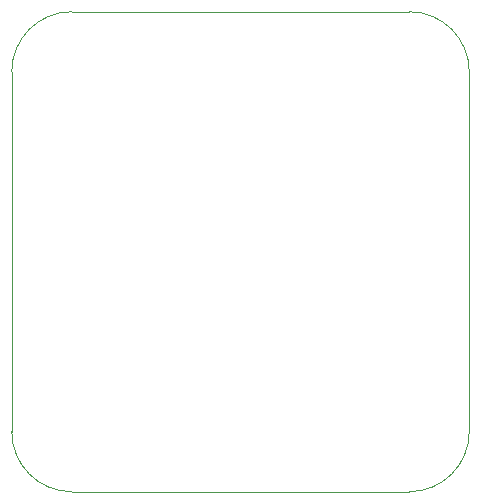
<source format=gbr>
G04 #@! TF.GenerationSoftware,KiCad,Pcbnew,(5.1.5-0-10_14)*
G04 #@! TF.CreationDate,2020-04-25T15:00:23+09:00*
G04 #@! TF.ProjectId,week11_stepper_moter_NEMA17,7765656b-3131-45f7-9374-65707065725f,rev?*
G04 #@! TF.SameCoordinates,Original*
G04 #@! TF.FileFunction,Profile,NP*
%FSLAX46Y46*%
G04 Gerber Fmt 4.6, Leading zero omitted, Abs format (unit mm)*
G04 Created by KiCad (PCBNEW (5.1.5-0-10_14)) date 2020-04-25 15:00:23*
%MOMM*%
%LPD*%
G04 APERTURE LIST*
%ADD10C,0.050000*%
G04 APERTURE END LIST*
D10*
X115570000Y-99060000D02*
G75*
G02X120650000Y-93980000I5080000J0D01*
G01*
X149225000Y-93980000D02*
G75*
G02X154305000Y-99060000I0J-5080000D01*
G01*
X154305000Y-129540000D02*
G75*
G02X149225000Y-134620000I-5080000J0D01*
G01*
X120650000Y-134620000D02*
G75*
G02X115570000Y-129540000I0J5080000D01*
G01*
X115570000Y-129540000D02*
X115570000Y-99060000D01*
X149225000Y-134620000D02*
X120650000Y-134620000D01*
X154305000Y-99060000D02*
X154305000Y-129540000D01*
X120650000Y-93980000D02*
X149225000Y-93980000D01*
M02*

</source>
